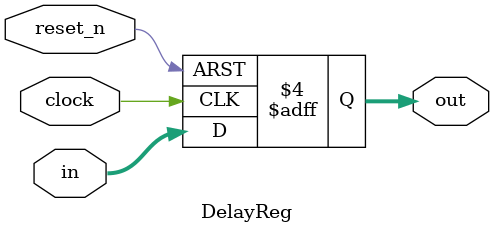
<source format=v>
`timescale 1ns / 1ps
module DelayReg(
    input wire [data-1:0] in,
	 input wire clock,
	 input wire reset_n,
    output reg [data-1:0] out
	 );
	 
	initial
	begin
		out = 0;
	end
	
	parameter data=8;
	 
	always @(posedge clock or negedge reset_n)
	begin: pass_value
		if(~reset_n)
			out = 0;
		else
			out = in;
	end
	
endmodule

</source>
